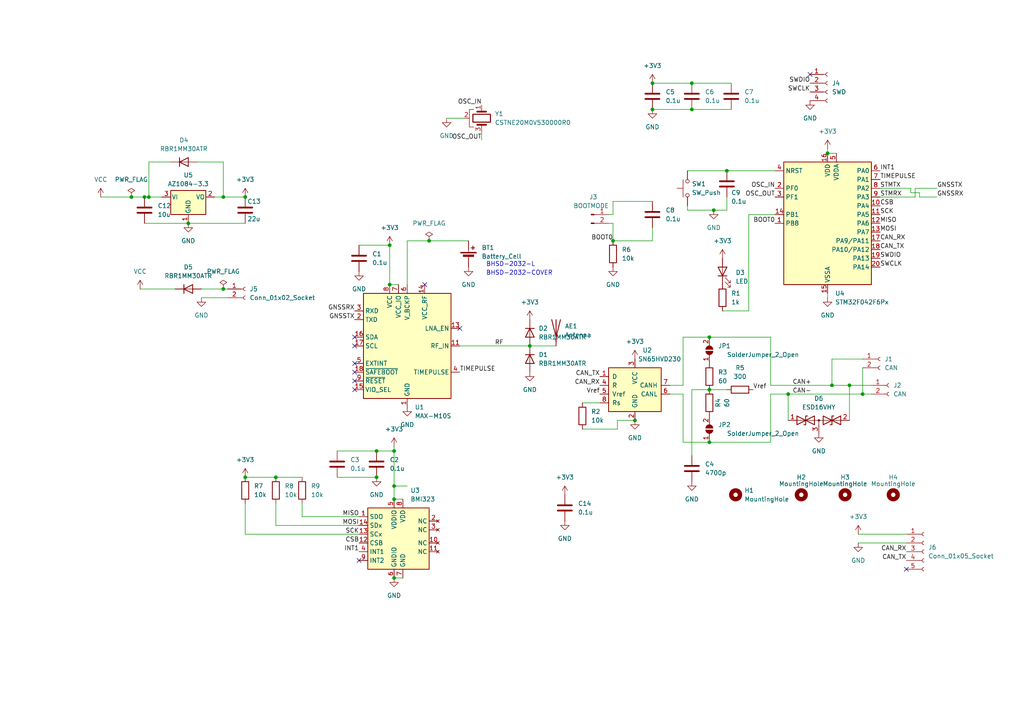
<source format=kicad_sch>
(kicad_sch (version 20230121) (generator eeschema)
  (paper "A4")
  (lib_symbols
    (symbol "Connector:Conn_01x02_Pin" (pin_names (offset 1.016) hide)
      (property "Reference" "J" (at 0 2.54 0))
      (property "Value" "Conn_01x02_Pin" (at 0 -5.08 0))
      (symbol "Conn_01x02_Pin_1_1"
        (polyline (pts (xy 1.27 -2.54) (xy 0.8636 -2.54)) (stroke (width 0.1524)))
        (polyline (pts (xy 1.27 0) (xy 0.8636 0)) (stroke (width 0.1524)))
        (rectangle (start 0.8636 -2.413) (end 0 -2.667) (stroke (width 0.1524)) (fill (type outline)))
        (rectangle (start 0.8636 0.127) (end 0 -0.127) (stroke (width 0.1524)) (fill (type outline)))
        (pin passive line (at 5.08 0 180) (length 3.81) (name "Pin_1") (number "1"))
        (pin passive line (at 5.08 -2.54 180) (length 3.81) (name "Pin_2") (number "2"))
      )
    )
    (symbol "Connector:Conn_01x02_Socket" (pin_names (offset 1.016) hide)
      (property "Reference" "J" (at 0 2.54 0))
      (property "Value" "Conn_01x02_Socket" (at 0 -5.08 0))
      (symbol "Conn_01x02_Socket_1_1"
        (arc (start 0 -2.032) (mid -0.5058 -2.54) (end 0 -3.048) (stroke (width 0.1524)))
        (polyline (pts (xy -1.27 -2.54) (xy -0.508 -2.54)) (stroke (width 0.1524)))
        (polyline (pts (xy -1.27 0) (xy -0.508 0)) (stroke (width 0.1524)))
        (arc (start 0 0.508) (mid -0.5058 0) (end 0 -0.508) (stroke (width 0.1524)))
        (pin passive line (at -5.08 0 0) (length 3.81) (name "Pin_1") (number "1"))
        (pin passive line (at -5.08 -2.54 0) (length 3.81) (name "Pin_2") (number "2"))
      )
    )
    (symbol "Connector:Conn_01x04_Socket" (pin_names (offset 1.016) hide)
      (property "Reference" "J" (at 0 5.08 0))
      (property "Value" "Conn_01x04_Socket" (at 0 -7.62 0))
      (symbol "Conn_01x04_Socket_1_1"
        (arc (start 0 -4.572) (mid -0.5058 -5.08) (end 0 -5.588) (stroke (width 0.1524)))
        (arc (start 0 -2.032) (mid -0.5058 -2.54) (end 0 -3.048) (stroke (width 0.1524)))
        (polyline (pts (xy -1.27 -5.08) (xy -0.508 -5.08)) (stroke (width 0.1524)))
        (polyline (pts (xy -1.27 -2.54) (xy -0.508 -2.54)) (stroke (width 0.1524)))
        (polyline (pts (xy -1.27 0) (xy -0.508 0)) (stroke (width 0.1524)))
        (polyline (pts (xy -1.27 2.54) (xy -0.508 2.54)) (stroke (width 0.1524)))
        (arc (start 0 0.508) (mid -0.5058 0) (end 0 -0.508) (stroke (width 0.1524)))
        (arc (start 0 3.048) (mid -0.5058 2.54) (end 0 2.032) (stroke (width 0.1524)))
        (pin passive line (at -5.08 2.54 0) (length 3.81) (name "Pin_1") (number "1"))
        (pin passive line (at -5.08 0 0) (length 3.81) (name "Pin_2") (number "2"))
        (pin passive line (at -5.08 -2.54 0) (length 3.81) (name "Pin_3") (number "3"))
        (pin passive line (at -5.08 -5.08 0) (length 3.81) (name "Pin_4") (number "4"))
      )
    )
    (symbol "Connector:Conn_01x05_Socket" (pin_names (offset 1.016) hide)
      (property "Reference" "J" (at 0 7.62 0))
      (property "Value" "Conn_01x05_Socket" (at 0 -7.62 0))
      (symbol "Conn_01x05_Socket_1_1"
        (arc (start 0 -4.572) (mid -0.5058 -5.08) (end 0 -5.588) (stroke (width 0.1524)))
        (arc (start 0 -2.032) (mid -0.5058 -2.54) (end 0 -3.048) (stroke (width 0.1524)))
        (polyline (pts (xy -1.27 -5.08) (xy -0.508 -5.08)) (stroke (width 0.1524)))
        (polyline (pts (xy -1.27 -2.54) (xy -0.508 -2.54)) (stroke (width 0.1524)))
        (polyline (pts (xy -1.27 0) (xy -0.508 0)) (stroke (width 0.1524)))
        (polyline (pts (xy -1.27 2.54) (xy -0.508 2.54)) (stroke (width 0.1524)))
        (polyline (pts (xy -1.27 5.08) (xy -0.508 5.08)) (stroke (width 0.1524)))
        (arc (start 0 0.508) (mid -0.5058 0) (end 0 -0.508) (stroke (width 0.1524)))
        (arc (start 0 3.048) (mid -0.5058 2.54) (end 0 2.032) (stroke (width 0.1524)))
        (arc (start 0 5.588) (mid -0.5058 5.08) (end 0 4.572) (stroke (width 0.1524)))
        (pin passive line (at -5.08 5.08 0) (length 3.81) (name "Pin_1") (number "1"))
        (pin passive line (at -5.08 2.54 0) (length 3.81) (name "Pin_2") (number "2"))
        (pin passive line (at -5.08 0 0) (length 3.81) (name "Pin_3") (number "3"))
        (pin passive line (at -5.08 -2.54 0) (length 3.81) (name "Pin_4") (number "4"))
        (pin passive line (at -5.08 -5.08 0) (length 3.81) (name "Pin_5") (number "5"))
      )
    )
    (symbol "Device:Antenna" (pin_numbers hide) (pin_names (offset 1.016) hide)
      (property "Reference" "AE" (at -1.905 1.905 0))
      (property "Value" "Antenna" (at -1.905 0 0))
      (symbol "Antenna_0_1"
        (polyline (pts (xy 0 2.54) (xy 0 -3.81)) (stroke (width 0.254)))
        (polyline (pts (xy 1.27 2.54) (xy 0 -2.54) (xy -1.27 2.54)) (stroke (width 0.254)))
      )
      (symbol "Antenna_1_1"
        (pin input line (at 0 -5.08 90) (length 2.54) (name "A") (number "1"))
      )
    )
    (symbol "Device:Battery_Cell" (pin_numbers hide) (pin_names (offset 0) hide)
      (property "Reference" "BT" (at 2.54 2.54 0))
      (property "Value" "Battery_Cell" (at 2.54 0 0))
      (symbol "Battery_Cell_0_1"
        (rectangle (start -2.286 1.778) (end 2.286 1.524) (fill (type outline)))
        (rectangle (start -1.524 1.016) (end 1.524 0.508) (fill (type outline)))
        (polyline (pts (xy 0 0.762) (xy 0 0)))
        (polyline (pts (xy 0 1.778) (xy 0 2.54)))
        (polyline (pts (xy 0.762 3.048) (xy 1.778 3.048)) (stroke (width 0.254)))
        (polyline (pts (xy 1.27 3.556) (xy 1.27 2.54)) (stroke (width 0.254)))
      )
      (symbol "Battery_Cell_1_1"
        (pin passive line (at 0 5.08 270) (length 2.54) (name "+") (number "1"))
        (pin passive line (at 0 -2.54 90) (length 2.54) (name "-") (number "2"))
      )
    )
    (symbol "Device:C" (pin_numbers hide) (pin_names (offset 0.254))
      (property "Reference" "C" (at 0.635 2.54 0))
      (property "Value" "C" (at 0.635 -2.54 0))
      (symbol "C_0_1"
        (polyline (pts (xy -2.032 -0.762) (xy 2.032 -0.762)) (stroke (width 0.508)))
        (polyline (pts (xy -2.032 0.762) (xy 2.032 0.762)) (stroke (width 0.508)))
      )
      (symbol "C_1_1"
        (pin passive line (at 0 3.81 270) (length 2.794) (name "~") (number "1"))
        (pin passive line (at 0 -3.81 90) (length 2.794) (name "~") (number "2"))
      )
    )
    (symbol "Device:Crystal_GND2" (pin_names (offset 1.016) hide)
      (property "Reference" "Y" (at 0 5.715 0))
      (property "Value" "Crystal_GND2" (at 0 3.81 0))
      (symbol "Crystal_GND2_0_1"
        (rectangle (start -1.143 2.54) (end 1.143 -2.54) (stroke (width 0.3048)))
        (polyline (pts (xy -2.54 0) (xy -1.905 0)))
        (polyline (pts (xy -1.905 -1.27) (xy -1.905 1.27)) (stroke (width 0.508)))
        (polyline (pts (xy 0 -3.81) (xy 0 -3.556)))
        (polyline (pts (xy 1.905 0) (xy 2.54 0)))
        (polyline (pts (xy 1.905 1.27) (xy 1.905 -1.27)) (stroke (width 0.508)))
        (polyline (pts (xy -2.54 -2.286) (xy -2.54 -3.556) (xy 2.54 -3.556) (xy 2.54 -2.286)))
      )
      (symbol "Crystal_GND2_1_1"
        (pin passive line (at -3.81 0 0) (length 1.27) (name "1") (number "1"))
        (pin passive line (at 0 -5.08 90) (length 1.27) (name "2") (number "2"))
        (pin passive line (at 3.81 0 180) (length 1.27) (name "3") (number "3"))
      )
    )
    (symbol "Device:D" (pin_numbers hide) (pin_names (offset 1.016) hide)
      (property "Reference" "D" (at 0 2.54 0))
      (property "Value" "D" (at 0 -2.54 0))
      (symbol "D_0_1"
        (polyline (pts (xy -1.27 1.27) (xy -1.27 -1.27)) (stroke (width 0.254)))
        (polyline (pts (xy 1.27 0) (xy -1.27 0)))
        (polyline (pts (xy 1.27 1.27) (xy 1.27 -1.27) (xy -1.27 0) (xy 1.27 1.27)) (stroke (width 0.254)))
      )
      (symbol "D_1_1"
        (pin passive line (at -3.81 0 0) (length 2.54) (name "K") (number "1"))
        (pin passive line (at 3.81 0 180) (length 2.54) (name "A") (number "2"))
      )
    )
    (symbol "Device:D_TVS_Dual_AAC" (pin_names (offset 1.016) hide)
      (property "Reference" "D" (at 0 4.445 0))
      (property "Value" "D_TVS_Dual_AAC" (at 0 2.54 0))
      (symbol "D_TVS_Dual_AAC_0_0"
        (polyline (pts (xy 0 -1.27) (xy 0 0)))
      )
      (symbol "D_TVS_Dual_AAC_0_1"
        (polyline (pts (xy -6.35 0) (xy 6.35 0)))
        (polyline (pts (xy -3.302 1.27) (xy -3.81 1.27) (xy -3.81 -1.27) (xy -4.318 -1.27)) (stroke (width 0.254)))
        (polyline (pts (xy 4.318 1.27) (xy 3.81 1.27) (xy 3.81 -1.27) (xy 3.302 -1.27)) (stroke (width 0.254)))
        (polyline (pts (xy -6.35 1.27) (xy -1.27 -1.27) (xy -1.27 1.27) (xy -6.35 -1.27) (xy -6.35 1.27)) (stroke (width 0.254)))
        (polyline (pts (xy 6.35 1.27) (xy 1.27 -1.27) (xy 1.27 1.27) (xy 6.35 -1.27) (xy 6.35 1.27)) (stroke (width 0.254)))
        (circle (center 0 0) (radius 0.254) (fill (type outline)))
      )
      (symbol "D_TVS_Dual_AAC_1_1"
        (pin passive line (at -8.89 0 0) (length 2.54) (name "A1") (number "1"))
        (pin passive line (at 8.89 0 180) (length 2.54) (name "A2") (number "2"))
        (pin input line (at 0 -3.81 90) (length 2.54) (name "common") (number "3"))
      )
    )
    (symbol "Device:LED" (pin_numbers hide) (pin_names (offset 1.016) hide)
      (property "Reference" "D" (at 0 2.54 0))
      (property "Value" "LED" (at 0 -2.54 0))
      (symbol "LED_0_1"
        (polyline (pts (xy -1.27 -1.27) (xy -1.27 1.27)) (stroke (width 0.254)))
        (polyline (pts (xy -1.27 0) (xy 1.27 0)))
        (polyline (pts (xy 1.27 -1.27) (xy 1.27 1.27) (xy -1.27 0) (xy 1.27 -1.27)) (stroke (width 0.254)))
        (polyline (pts (xy -3.048 -0.762) (xy -4.572 -2.286) (xy -3.81 -2.286) (xy -4.572 -2.286) (xy -4.572 -1.524)))
        (polyline (pts (xy -1.778 -0.762) (xy -3.302 -2.286) (xy -2.54 -2.286) (xy -3.302 -2.286) (xy -3.302 -1.524)))
      )
      (symbol "LED_1_1"
        (pin passive line (at -3.81 0 0) (length 2.54) (name "K") (number "1"))
        (pin passive line (at 3.81 0 180) (length 2.54) (name "A") (number "2"))
      )
    )
    (symbol "Device:R" (pin_numbers hide) (pin_names (offset 0))
      (property "Reference" "R" (at 2.032 0 90))
      (property "Value" "R" (at 0 0 90))
      (symbol "R_0_1"
        (rectangle (start -1.016 -2.54) (end 1.016 2.54) (stroke (width 0.254)))
      )
      (symbol "R_1_1"
        (pin passive line (at 0 3.81 270) (length 1.27) (name "~") (number "1"))
        (pin passive line (at 0 -3.81 90) (length 1.27) (name "~") (number "2"))
      )
    )
    (symbol "Interface_CAN_LIN:SN65HVD230" (pin_names (offset 1.016))
      (property "Reference" "U" (at -2.54 10.16 0))
      (property "Value" "SN65HVD230" (at -2.54 7.62 0))
      (symbol "SN65HVD230_0_1"
        (rectangle (start -7.62 5.08) (end 7.62 -7.62) (stroke (width 0.254)) (fill (type background)))
      )
      (symbol "SN65HVD230_1_1"
        (pin input line (at -10.16 2.54 0) (length 2.54) (name "D") (number "1"))
        (pin power_in line (at 0 -10.16 90) (length 2.54) (name "GND") (number "2"))
        (pin power_in line (at 0 7.62 270) (length 2.54) (name "VCC") (number "3"))
        (pin output line (at -10.16 0 0) (length 2.54) (name "R") (number "4"))
        (pin output line (at -10.16 -2.54 0) (length 2.54) (name "Vref") (number "5"))
        (pin bidirectional line (at 10.16 -2.54 180) (length 2.54) (name "CANL") (number "6"))
        (pin bidirectional line (at 10.16 0 180) (length 2.54) (name "CANH") (number "7"))
        (pin input line (at -10.16 -5.08 0) (length 2.54) (name "Rs") (number "8"))
      )
    )
    (symbol "Jumper:SolderJumper_2_Open" (pin_names (offset 0) hide)
      (property "Reference" "JP" (at 0 2.032 0))
      (property "Value" "SolderJumper_2_Open" (at 0 -2.54 0))
      (symbol "SolderJumper_2_Open_0_1"
        (arc (start -0.254 1.016) (mid -1.2656 0) (end -0.254 -1.016))
        (arc (start -0.254 1.016) (mid -1.2656 0) (end -0.254 -1.016) (fill (type outline)))
        (polyline (pts (xy -0.254 1.016) (xy -0.254 -1.016)))
        (polyline (pts (xy 0.254 1.016) (xy 0.254 -1.016)))
        (arc (start 0.254 -1.016) (mid 1.2656 0) (end 0.254 1.016))
        (arc (start 0.254 -1.016) (mid 1.2656 0) (end 0.254 1.016) (fill (type outline)))
      )
      (symbol "SolderJumper_2_Open_1_1"
        (pin passive line (at -3.81 0 0) (length 2.54) (name "A") (number "1"))
        (pin passive line (at 3.81 0 180) (length 2.54) (name "B") (number "2"))
      )
    )
    (symbol "MCU_ST_STM32F0:STM32F042F6Px"
      (property "Reference" "U" (at -12.7 19.05 0))
      (property "Value" "STM32F042F6Px" (at 5.08 19.05 0))
      (symbol "STM32F042F6Px_0_1"
        (rectangle (start -12.7 -17.78) (end 12.7 17.78) (stroke (width 0.254)) (fill (type background)))
      )
      (symbol "STM32F042F6Px_1_1"
        (pin bidirectional line (at -15.24 0 0) (length 2.54) (name "PB8") (number "1"))
        (pin bidirectional line (at 15.24 5.08 180) (length 2.54) (name "PA4") (number "10"))
        (pin bidirectional line (at 15.24 2.54 180) (length 2.54) (name "PA5") (number "11"))
        (pin bidirectional line (at 15.24 0 180) (length 2.54) (name "PA6") (number "12"))
        (pin bidirectional line (at 15.24 -2.54 180) (length 2.54) (name "PA7") (number "13"))
        (pin bidirectional line (at -15.24 2.54 0) (length 2.54) (name "PB1") (number "14"))
        (pin power_in line (at 0 -20.32 90) (length 2.54) (name "VSSA") (number "15"))
        (pin power_in line (at 0 20.32 270) (length 2.54) (name "VDD") (number "16"))
        (pin bidirectional line (at 15.24 -5.08 180) (length 2.54) (name "PA9/PA11") (number "17"))
        (pin bidirectional line (at 15.24 -7.62 180) (length 2.54) (name "PA10/PA12") (number "18"))
        (pin bidirectional line (at 15.24 -10.16 180) (length 2.54) (name "PA13") (number "19"))
        (pin bidirectional line (at -15.24 10.16 0) (length 2.54) (name "PF0") (number "2"))
        (pin bidirectional line (at 15.24 -12.7 180) (length 2.54) (name "PA14") (number "20"))
        (pin bidirectional line (at -15.24 7.62 0) (length 2.54) (name "PF1") (number "3"))
        (pin input line (at -15.24 15.24 0) (length 2.54) (name "NRST") (number "4"))
        (pin power_in line (at 2.54 20.32 270) (length 2.54) (name "VDDA") (number "5"))
        (pin bidirectional line (at 15.24 15.24 180) (length 2.54) (name "PA0") (number "6"))
        (pin bidirectional line (at 15.24 12.7 180) (length 2.54) (name "PA1") (number "7"))
        (pin bidirectional line (at 15.24 10.16 180) (length 2.54) (name "PA2") (number "8"))
        (pin bidirectional line (at 15.24 7.62 180) (length 2.54) (name "PA3") (number "9"))
      )
    )
    (symbol "Mechanical:MountingHole" (pin_names (offset 1.016))
      (property "Reference" "H" (at 0 5.08 0))
      (property "Value" "MountingHole" (at 0 3.175 0))
      (symbol "MountingHole_0_1"
        (circle (center 0 0) (radius 1.27) (stroke (width 1.27)))
      )
    )
    (symbol "RF_GPS:MAX-M10S"
      (property "Reference" "U" (at -10.16 16.51 0))
      (property "Value" "MAX-M10S" (at 11.43 16.51 0))
      (symbol "MAX-M10S_0_1"
        (rectangle (start 12.7 15.24) (end -12.7 -15.24) (stroke (width 0.254)) (fill (type background)))
      )
      (symbol "MAX-M10S_1_1"
        (pin power_in line (at 0 -17.78 90) (length 2.54) (name "GND") (number "1"))
        (pin passive line (at 0 -17.78 90) (length 2.54) hide (name "GND") (number "10"))
        (pin input line (at 15.24 0 180) (length 2.54) (name "RF_IN") (number "11"))
        (pin passive line (at 0 -17.78 90) (length 2.54) hide (name "GND") (number "12"))
        (pin output line (at 15.24 5.08 180) (length 2.54) (name "LNA_EN") (number "13"))
        (pin power_out line (at 5.08 17.78 270) (length 2.54) (name "VCC_RF") (number "14"))
        (pin input line (at -15.24 -12.7 0) (length 2.54) (name "VIO_SEL") (number "15"))
        (pin bidirectional line (at -15.24 2.54 0) (length 2.54) (name "SDA") (number "16"))
        (pin input line (at -15.24 0 0) (length 2.54) (name "SCL") (number "17"))
        (pin input line (at -15.24 -7.62 0) (length 2.54) (name "~{SAFEBOOT}") (number "18"))
        (pin output line (at -15.24 7.62 0) (length 2.54) (name "TXD") (number "2"))
        (pin input line (at -15.24 10.16 0) (length 2.54) (name "RXD") (number "3"))
        (pin output line (at 15.24 -7.62 180) (length 2.54) (name "TIMEPULSE") (number "4"))
        (pin input line (at -15.24 -5.08 0) (length 2.54) (name "EXTINT") (number "5"))
        (pin power_in line (at 0 17.78 270) (length 2.54) (name "V_BCKP") (number "6"))
        (pin power_in line (at -2.54 17.78 270) (length 2.54) (name "VCC_IO") (number "7"))
        (pin power_in line (at -5.08 17.78 270) (length 2.54) (name "VCC") (number "8"))
        (pin input line (at -15.24 -10.16 0) (length 2.54) (name "~{RESET}") (number "9"))
      )
    )
    (symbol "Regulator_Linear:AZ1084-3.3" (pin_names (offset 0.254))
      (property "Reference" "U" (at -3.81 3.175 0))
      (property "Value" "AZ1084-3.3" (at 0 3.175 0))
      (symbol "AZ1084-3.3_0_1"
        (rectangle (start -5.08 1.905) (end 5.08 -5.08) (stroke (width 0.254)) (fill (type background)))
      )
      (symbol "AZ1084-3.3_1_1"
        (pin power_in line (at 0 -7.62 90) (length 2.54) (name "GND") (number "1"))
        (pin power_out line (at 7.62 0 180) (length 2.54) (name "VO") (number "2"))
        (pin power_in line (at -7.62 0 0) (length 2.54) (name "VI") (number "3"))
      )
    )
    (symbol "Switch:SW_Push" (pin_numbers hide) (pin_names (offset 1.016) hide)
      (property "Reference" "SW" (at 1.27 2.54 0))
      (property "Value" "SW_Push" (at 0 -1.524 0))
      (symbol "SW_Push_0_1"
        (circle (center -2.032 0) (radius 0.508))
        (polyline (pts (xy 0 1.27) (xy 0 3.048)))
        (polyline (pts (xy 2.54 1.27) (xy -2.54 1.27)))
        (circle (center 2.032 0) (radius 0.508))
        (pin passive line (at -5.08 0 0) (length 2.54) (name "1") (number "1"))
        (pin passive line (at 5.08 0 180) (length 2.54) (name "2") (number "2"))
      )
    )
    (symbol "pj-sym:BMI323"
      (property "Reference" "U" (at -10.16 8.89 0))
      (property "Value" "BMI323" (at 7.62 8.89 0))
      (symbol "BMI323_1_1"
        (rectangle (start -10.16 7.62) (end 7.62 -10.16) (stroke (width 0.254)) (fill (type background)))
        (pin bidirectional line (at -12.7 5.08 0) (length 2.54) (name "SDO") (number "1"))
        (pin no_connect line (at 10.16 -2.54 180) (length 2.54) (name "NC") (number "10"))
        (pin no_connect line (at 10.16 -5.08 180) (length 2.54) (name "NC") (number "11"))
        (pin input line (at -12.7 -2.54 0) (length 2.54) (name "CSB") (number "12"))
        (pin input line (at -12.7 0 0) (length 2.54) (name "SCx") (number "13"))
        (pin bidirectional line (at -12.7 2.54 0) (length 2.54) (name "SDx") (number "14"))
        (pin no_connect line (at 10.16 3.81 180) (length 2.54) (name "NC") (number "2"))
        (pin no_connect line (at 10.16 1.27 180) (length 2.54) (name "NC") (number "3"))
        (pin bidirectional line (at -12.7 -5.08 0) (length 2.54) (name "INT1") (number "4"))
        (pin power_in line (at -2.54 10.16 270) (length 2.54) (name "VDDIO") (number "5"))
        (pin power_in line (at -2.54 -12.7 90) (length 2.54) (name "GNDIO") (number "6"))
        (pin power_in line (at 0 -12.7 90) (length 2.54) (name "GND") (number "7"))
        (pin power_in line (at 0 10.16 270) (length 2.54) (name "VDD") (number "8"))
        (pin bidirectional line (at -12.7 -7.62 0) (length 2.54) (name "INT2") (number "9"))
      )
    )
    (symbol "power:+3V3" (power) (pin_names (offset 0))
      (property "Value" "+3V3" (at 0 3.556 0))
      (symbol "+3V3_0_1"
        (polyline (pts (xy -0.762 1.27) (xy 0 2.54)))
        (polyline (pts (xy 0 0) (xy 0 2.54)))
        (polyline (pts (xy 0 2.54) (xy 0.762 1.27)))
      )
      (symbol "+3V3_1_1"
        (pin power_in line (at 0 0 90) (length 0) hide (name "+3V3") (number "1"))
      )
    )
    (symbol "power:GND" (power) (pin_names (offset 0))
      (property "Value" "GND" (at 0 -3.81 0))
      (symbol "GND_0_1"
        (polyline (pts (xy 0 0) (xy 0 -1.27) (xy 1.27 -1.27) (xy 0 -2.54) (xy -1.27 -1.27) (xy 0 -1.27)))
      )
      (symbol "GND_1_1"
        (pin power_in line (at 0 0 270) (length 0) hide (name "GND") (number "1"))
      )
    )
    (symbol "power:PWR_FLAG" (power) (pin_numbers hide) (pin_names (offset 0) hide)
      (property "Value" "PWR_FLAG" (at 0 3.81 0))
      (symbol "PWR_FLAG_0_0"
        (pin power_out line (at 0 0 90) (length 0) (name "pwr") (number "1"))
      )
      (symbol "PWR_FLAG_0_1"
        (polyline (pts (xy 0 0) (xy 0 1.27) (xy -1.016 1.905) (xy 0 2.54) (xy 1.016 1.905) (xy 0 1.27)))
      )
    )
    (symbol "power:VCC" (power) (pin_names (offset 0))
      (property "Value" "VCC" (at 0 3.81 0))
      (symbol "VCC_0_1"
        (polyline (pts (xy -0.762 1.27) (xy 0 2.54)))
        (polyline (pts (xy 0 0) (xy 0 2.54)))
        (polyline (pts (xy 0 2.54) (xy 0.762 1.27)))
      )
      (symbol "VCC_1_1"
        (pin power_in line (at 0 0 90) (length 0) hide (name "VCC") (number "1"))
      )
    )
  )
  (junction (at 200.66 24.13))
  (junction (at 114.3 130.81))
  (junction (at 64.77 57.15))
  (junction (at 114.3 140.97))
  (junction (at 241.3 111.76))
  (junction (at 177.8 69.85))
  (junction (at 109.22 138.43))
  (junction (at 200.66 31.75))
  (junction (at 109.22 130.81))
  (junction (at 71.12 138.43))
  (junction (at 38.1 57.15))
  (junction (at 205.74 97.79))
  (junction (at 113.03 71.12))
  (junction (at 54.61 64.77))
  (junction (at 205.74 128.27))
  (junction (at 184.15 121.92))
  (junction (at 246.38 111.76))
  (junction (at 64.77 83.82))
  (junction (at 228.6 114.3))
  (junction (at 207.01 60.96))
  (junction (at 114.3 144.78))
  (junction (at 205.74 113.03))
  (junction (at 80.01 138.43))
  (junction (at 113.03 82.55))
  (junction (at 153.67 100.33))
  (junction (at 124.46 69.85))
  (junction (at 189.23 24.13))
  (junction (at 114.3 167.64))
  (junction (at 71.12 57.15))
  (junction (at 210.82 49.53))
  (junction (at 240.03 44.45))
  (junction (at 250.19 114.3))
  (junction (at 189.23 31.75))
  (junction (at 41.91 57.15))
  (junction (at 43.18 57.15))
  (no_connect (at 133.35 95.25))
  (no_connect (at 102.87 97.79))
  (no_connect (at 123.19 82.55))
  (no_connect (at 234.95 21.59))
  (no_connect (at 102.87 113.03))
  (no_connect (at 102.87 110.49))
  (no_connect (at 104.14 162.56))
  (no_connect (at 102.87 107.95))
  (no_connect (at 102.87 105.41))
  (no_connect (at 262.89 165.1))
  (no_connect (at 102.87 100.33))
  (wire (pts (xy 198.12 128.27) (xy 205.74 128.27)))
  (wire (pts (xy 200.66 113.03) (xy 205.74 113.03)))
  (wire (pts (xy 114.3 144.78) (xy 116.84 144.78)))
  (wire (pts (xy 265.43 57.15) (xy 265.43 54.61)))
  (wire (pts (xy 80.01 138.43) (xy 87.63 138.43)))
  (wire (pts (xy 241.3 111.76) (xy 246.38 111.76)))
  (wire (pts (xy 104.14 71.12) (xy 113.03 71.12)))
  (wire (pts (xy 198.12 111.76) (xy 198.12 97.79)))
  (wire (pts (xy 265.43 54.61) (xy 271.78 54.61)))
  (wire (pts (xy 168.91 116.84) (xy 173.99 116.84)))
  (wire (pts (xy 38.1 57.15) (xy 41.91 57.15)))
  (wire (pts (xy 114.3 130.81) (xy 114.3 129.54)))
  (wire (pts (xy 210.82 57.15) (xy 210.82 60.96)))
  (wire (pts (xy 205.74 128.27) (xy 223.52 128.27)))
  (wire (pts (xy 240.03 44.45) (xy 242.57 44.45)))
  (wire (pts (xy 139.7 38.1) (xy 139.7 40.64)))
  (wire (pts (xy 241.3 111.76) (xy 241.3 104.14)))
  (wire (pts (xy 240.03 43.18) (xy 240.03 44.45)))
  (wire (pts (xy 200.66 24.13) (xy 212.09 24.13)))
  (wire (pts (xy 199.39 60.96) (xy 207.01 60.96)))
  (wire (pts (xy 104.14 149.86) (xy 87.63 149.86)))
  (wire (pts (xy 177.8 64.77) (xy 177.8 69.85)))
  (wire (pts (xy 40.64 83.82) (xy 50.8 83.82)))
  (wire (pts (xy 223.52 114.3) (xy 228.6 114.3)))
  (wire (pts (xy 205.74 113.03) (xy 210.82 113.03)))
  (wire (pts (xy 109.22 130.81) (xy 114.3 130.81)))
  (wire (pts (xy 189.23 31.75) (xy 200.66 31.75)))
  (wire (pts (xy 177.8 58.42) (xy 189.23 58.42)))
  (wire (pts (xy 62.23 57.15) (xy 64.77 57.15)))
  (wire (pts (xy 114.3 144.78) (xy 114.3 140.97)))
  (wire (pts (xy 179.07 121.92) (xy 184.15 121.92)))
  (wire (pts (xy 104.14 154.94) (xy 71.12 154.94)))
  (wire (pts (xy 264.16 54.61) (xy 255.27 54.61)))
  (wire (pts (xy 114.3 167.64) (xy 116.84 167.64)))
  (wire (pts (xy 71.12 138.43) (xy 80.01 138.43)))
  (wire (pts (xy 189.23 66.04) (xy 189.23 69.85)))
  (wire (pts (xy 223.52 97.79) (xy 223.52 111.76)))
  (wire (pts (xy 57.15 46.99) (xy 64.77 46.99)))
  (wire (pts (xy 207.01 60.96) (xy 210.82 60.96)))
  (wire (pts (xy 64.77 57.15) (xy 71.12 57.15)))
  (wire (pts (xy 114.3 140.97) (xy 114.3 130.81)))
  (wire (pts (xy 210.82 49.53) (xy 224.79 49.53)))
  (wire (pts (xy 223.52 128.27) (xy 223.52 114.3)))
  (wire (pts (xy 135.89 69.85) (xy 124.46 69.85)))
  (wire (pts (xy 194.31 114.3) (xy 198.12 114.3)))
  (wire (pts (xy 176.53 64.77) (xy 177.8 64.77)))
  (wire (pts (xy 97.79 138.43) (xy 109.22 138.43)))
  (wire (pts (xy 264.16 55.88) (xy 264.16 54.61)))
  (wire (pts (xy 64.77 46.99) (xy 64.77 57.15)))
  (wire (pts (xy 58.42 83.82) (xy 64.77 83.82)))
  (wire (pts (xy 124.46 69.85) (xy 118.11 69.85)))
  (wire (pts (xy 177.8 62.23) (xy 177.8 58.42)))
  (wire (pts (xy 118.11 69.85) (xy 118.11 82.55)))
  (wire (pts (xy 250.19 106.68) (xy 250.19 114.3)))
  (wire (pts (xy 87.63 149.86) (xy 87.63 146.05)))
  (wire (pts (xy 255.27 57.15) (xy 265.43 57.15)))
  (wire (pts (xy 223.52 111.76) (xy 241.3 111.76)))
  (wire (pts (xy 129.54 34.29) (xy 134.62 34.29)))
  (wire (pts (xy 200.66 132.08) (xy 200.66 113.03)))
  (wire (pts (xy 228.6 114.3) (xy 250.19 114.3)))
  (wire (pts (xy 248.92 154.94) (xy 262.89 154.94)))
  (wire (pts (xy 199.39 59.69) (xy 199.39 60.96)))
  (wire (pts (xy 49.53 46.99) (xy 43.18 46.99)))
  (wire (pts (xy 118.11 140.97) (xy 114.3 140.97)))
  (wire (pts (xy 179.07 124.46) (xy 179.07 121.92)))
  (wire (pts (xy 246.38 111.76) (xy 246.38 121.92)))
  (wire (pts (xy 153.67 100.33) (xy 161.29 100.33)))
  (wire (pts (xy 209.55 90.17) (xy 217.17 90.17)))
  (wire (pts (xy 266.7 55.88) (xy 264.16 55.88)))
  (wire (pts (xy 205.74 97.79) (xy 223.52 97.79)))
  (wire (pts (xy 198.12 114.3) (xy 198.12 128.27)))
  (wire (pts (xy 113.03 82.55) (xy 113.03 71.12)))
  (wire (pts (xy 189.23 24.13) (xy 200.66 24.13)))
  (wire (pts (xy 133.35 100.33) (xy 153.67 100.33)))
  (wire (pts (xy 41.91 57.15) (xy 43.18 57.15)))
  (wire (pts (xy 228.6 114.3) (xy 228.6 121.92)))
  (wire (pts (xy 64.77 83.82) (xy 66.04 83.82)))
  (wire (pts (xy 58.42 86.36) (xy 66.04 86.36)))
  (wire (pts (xy 43.18 46.99) (xy 43.18 57.15)))
  (wire (pts (xy 43.18 57.15) (xy 46.99 57.15)))
  (wire (pts (xy 97.79 130.81) (xy 109.22 130.81)))
  (wire (pts (xy 217.17 62.23) (xy 217.17 90.17)))
  (wire (pts (xy 80.01 146.05) (xy 80.01 152.4)))
  (wire (pts (xy 194.31 111.76) (xy 198.12 111.76)))
  (wire (pts (xy 41.91 64.77) (xy 54.61 64.77)))
  (wire (pts (xy 240.03 86.36) (xy 240.03 85.09)))
  (wire (pts (xy 271.78 57.15) (xy 266.7 57.15)))
  (wire (pts (xy 71.12 154.94) (xy 71.12 146.05)))
  (wire (pts (xy 54.61 64.77) (xy 71.12 64.77)))
  (wire (pts (xy 177.8 69.85) (xy 189.23 69.85)))
  (wire (pts (xy 168.91 124.46) (xy 179.07 124.46)))
  (wire (pts (xy 241.3 104.14) (xy 250.19 104.14)))
  (wire (pts (xy 250.19 114.3) (xy 252.73 114.3)))
  (wire (pts (xy 29.21 57.15) (xy 38.1 57.15)))
  (wire (pts (xy 80.01 152.4) (xy 104.14 152.4)))
  (wire (pts (xy 176.53 62.23) (xy 177.8 62.23)))
  (wire (pts (xy 115.57 82.55) (xy 113.03 82.55)))
  (wire (pts (xy 198.12 97.79) (xy 205.74 97.79)))
  (wire (pts (xy 199.39 49.53) (xy 210.82 49.53)))
  (wire (pts (xy 248.92 157.48) (xy 262.89 157.48)))
  (wire (pts (xy 266.7 57.15) (xy 266.7 55.88)))
  (wire (pts (xy 246.38 111.76) (xy 252.73 111.76)))
  (wire (pts (xy 200.66 31.75) (xy 212.09 31.75)))
  (wire (pts (xy 217.17 62.23) (xy 224.79 62.23)))
  (text "BHSD-2032-COVER" (at 140.97 80.01 0) (effects (font (size 1.27 1.27)) (justify left bottom)))
  (text "BHSD-2032-L" (at 140.97 77.47 0) (effects (font (size 1.27 1.27)) (justify left bottom)))
  (label "INT1" (at 104.14 160.02 180))
  (label "CAN_RX" (at 255.27 69.85 0))
  (label "OSC_OUT" (at 224.79 57.15 180))
  (label "MOSI" (at 255.27 67.31 0))
  (label "SWCLK" (at 234.95 26.67 180))
  (label "CAN-" (at 229.87 114.3 0))
  (label "GNSSTX" (at 102.87 92.71 180))
  (label "OSC_IN" (at 139.7 30.48 180))
  (label "CAN+" (at 229.87 111.76 0))
  (label "Vref" (at 173.99 114.3 180))
  (label "CAN_RX" (at 262.89 160.02 180))
  (label "MOSI" (at 104.14 152.4 180))
  (label "SWCLK" (at 255.27 77.47 0))
  (label "GNSSRX" (at 271.78 57.15 0))
  (label "CAN_RX" (at 173.99 111.76 180))
  (label "TIMEPULSE" (at 255.27 52.07 0))
  (label "BOOT0" (at 224.79 64.77 180))
  (label "STMTX" (at 255.27 54.61 0))
  (label "OSC_IN" (at 224.79 54.61 180))
  (label "CSB" (at 104.14 157.48 180))
  (label "SCK" (at 104.14 154.94 180))
  (label "SCK" (at 255.27 62.23 0))
  (label "CSB" (at 255.27 59.69 0))
  (label "RF" (at 143.51 100.33 0))
  (label "STMRX" (at 255.27 57.15 0))
  (label "CAN_TX" (at 173.99 109.22 180))
  (label "GNSSTX" (at 271.78 54.61 0))
  (label "MISO" (at 104.14 149.86 180))
  (label "TIMEPULSE" (at 133.35 107.95 0))
  (label "Vref" (at 218.44 113.03 0))
  (label "BOOT0" (at 177.8 69.85 180))
  (label "CAN_TX" (at 262.89 162.56 180))
  (label "GNSSRX" (at 102.87 90.17 180))
  (label "SWDIO" (at 234.95 24.13 180))
  (label "INT1" (at 255.27 49.53 0))
  (label "OSC_OUT" (at 139.7 40.64 180))
  (label "SWDIO" (at 255.27 74.93 0))
  (label "MISO" (at 255.27 64.77 0))
  (label "CAN_TX" (at 255.27 72.39 0))
  (symbol (lib_id "Device:R") (at 71.12 142.24 0) (unit 1)
    (property "Reference" "R7" (at 73.66 140.97 0) (effects (justify left)))
    (property "Value" "10k" (at 73.66 143.51 0) (effects (justify left)))
    (property "Footprint" "Resistor_SMD:R_0402_1005Metric_Pad0.72x0.64mm_HandSolder" (effects hide))
  )
  (symbol (lib_id "power:GND") (at 54.61 64.77 0) (unit 1)
    (property "Reference" "#PWR024" (effects hide))
    (property "Value" "GND" (at 54.61 69.85 0))
  )
  (symbol (lib_id "Connector:Conn_01x02_Socket") (at 255.27 104.14 0) (unit 1)
    (property "Reference" "J1" (at 256.54 104.14 0) (effects (justify left)))
    (property "Value" "CAN" (at 256.54 106.68 0) (effects (justify left)))
    (property "Footprint" "Connector_JST:JST_XH_B2B-XH-AM_1x02_P2.50mm_Vertical" (effects hide))
  )
  (symbol (lib_id "power:VCC") (at 40.64 83.82 0) (unit 1)
    (property "Reference" "#PWR016" (effects hide))
    (property "Value" "VCC" (at 40.64 78.74 0))
  )
  (symbol (lib_id "power:+3V3") (at 240.03 43.18 0) (unit 1)
    (property "Reference" "#PWR014" (effects hide))
    (property "Value" "+3V3" (at 240.03 38.1 0))
  )
  (symbol (lib_id "power:GND") (at 58.42 86.36 0) (unit 1)
    (property "Reference" "#PWR022" (effects hide))
    (property "Value" "GND" (at 58.42 91.44 0))
  )
  (symbol (lib_id "power:PWR_FLAG") (at 124.46 69.85 0) (unit 1)
    (property "Reference" "#FLG02" (effects hide))
    (property "Value" "PWR_FLAG" (at 124.46 64.77 0))
  )
  (symbol (lib_id "Device:R") (at 205.74 109.22 0) (unit 1)
    (property "Reference" "R3" (at 208.28 107.95 0) (effects (justify left)))
    (property "Value" "60" (at 208.28 110.49 0) (effects (justify left)))
    (property "Footprint" "Resistor_SMD:R_0402_1005Metric_Pad0.72x0.64mm_HandSolder" (effects hide))
  )
  (symbol (lib_id "pj-sym:BMI323") (at 116.84 154.94 0) (unit 1)
    (property "Reference" "U3" (at 119.0341 142.24 0) (effects (justify left)))
    (property "Value" "BMI323" (at 119.0341 144.78 0) (effects (justify left)))
    (property "Footprint" "Package_LGA:Bosch_LGA-14_3x2.5mm_P0.5mm" (effects hide))
    (property "Datasheet" "https://www.bosch-sensortec.com/media/boschsensortec/downloads/datasheets/bst-bmi160-ds000.pdf" (effects hide))
  )
  (symbol (lib_id "power:GND") (at 207.01 60.96 0) (unit 1)
    (property "Reference" "#PWR019" (effects hide))
    (property "Value" "GND" (at 207.01 66.04 0))
  )
  (symbol (lib_id "power:+3V3") (at 184.15 104.14 0) (unit 1)
    (property "Reference" "#PWR011" (effects hide))
    (property "Value" "+3V3" (at 184.15 99.06 0))
  )
  (symbol (lib_id "Device:C") (at 41.91 60.96 0) (unit 1)
    (property "Reference" "C12" (at 45.72 59.69 0) (effects (justify left)))
    (property "Value" "10u" (at 45.72 62.23 0) (effects (justify left)))
    (property "Footprint" "Capacitor_SMD:C_0603_1608Metric_Pad1.08x0.95mm_HandSolder" (effects hide))
  )
  (symbol (lib_id "power:GND") (at 109.22 138.43 0) (unit 1)
    (property "Reference" "#PWR09" (effects hide))
    (property "Value" "GND" (at 109.22 143.51 0))
  )
  (symbol (lib_id "power:GND") (at 200.66 139.7 0) (unit 1)
    (property "Reference" "#PWR013" (effects hide))
    (property "Value" "GND" (at 200.66 144.78 0))
  )
  (symbol (lib_id "Device:C") (at 104.14 74.93 0) (unit 1)
    (property "Reference" "C1" (at 107.95 73.66 0) (effects (justify left)))
    (property "Value" "0.1u" (at 107.95 76.2 0) (effects (justify left)))
    (property "Footprint" "Capacitor_SMD:C_0603_1608Metric_Pad1.08x0.95mm_HandSolder" (effects hide))
  )
  (symbol (lib_id "Device:C") (at 200.66 135.89 0) (unit 1)
    (property "Reference" "C4" (at 204.47 134.62 0) (effects (justify left)))
    (property "Value" "4700p" (at 204.47 137.16 0) (effects (justify left)))
    (property "Footprint" "Capacitor_SMD:C_0603_1608Metric_Pad1.08x0.95mm_HandSolder" (effects hide))
  )
  (symbol (lib_id "Device:D_TVS_Dual_AAC") (at 237.49 121.92 0) (unit 1)
    (property "Reference" "D6" (at 237.49 115.57 0))
    (property "Value" "ESD16VHY" (at 237.49 118.11 0))
    (property "Footprint" "Package_TO_SOT_SMD:SOT-23-3" (effects hide))
  )
  (symbol (lib_id "Device:C") (at 109.22 134.62 0) (unit 1)
    (property "Reference" "C2" (at 113.03 133.35 0) (effects (justify left)))
    (property "Value" "0.1u" (at 113.03 135.89 0) (effects (justify left)))
    (property "Footprint" "Capacitor_SMD:C_0603_1608Metric_Pad1.08x0.95mm_HandSolder" (effects hide))
  )
  (symbol (lib_id "power:GND") (at 177.8 77.47 0) (unit 1)
    (property "Reference" "#PWR018" (effects hide))
    (property "Value" "GND" (at 177.8 82.55 0))
  )
  (symbol (lib_id "power:+3V3") (at 209.55 74.93 0) (unit 1)
    (property "Reference" "#PWR07" (effects hide))
    (property "Value" "+3V3" (at 209.55 69.85 0))
  )
  (symbol (lib_id "Connector:Conn_01x02_Pin") (at 171.45 62.23 0) (unit 1)
    (property "Reference" "J3" (at 172.085 57.15 0))
    (property "Value" "BOOTMODE" (at 171.45 59.69 0))
    (property "Footprint" "Connector_PinHeader_2.54mm:PinHeader_1x02_P2.54mm_Vertical" (effects hide))
  )
  (symbol (lib_id "Device:R") (at 214.63 113.03 90) (unit 1)
    (property "Reference" "R5" (at 214.63 106.68 90))
    (property "Value" "300" (at 214.63 109.22 90))
    (property "Footprint" "Resistor_SMD:R_0402_1005Metric_Pad0.72x0.64mm_HandSolder" (effects hide))
  )
  (symbol (lib_id "power:GND") (at 237.49 125.73 0) (unit 1)
    (property "Reference" "#PWR031" (effects hide))
    (property "Value" "GND" (at 237.49 130.81 0))
  )
  (symbol (lib_id "Device:R") (at 177.8 73.66 0) (unit 1)
    (property "Reference" "R6" (at 180.34 72.39 0) (effects (justify left)))
    (property "Value" "10k" (at 180.34 74.93 0) (effects (justify left)))
    (property "Footprint" "Resistor_SMD:R_0402_1005Metric_Pad0.72x0.64mm_HandSolder" (effects hide))
  )
  (symbol (lib_id "Connector:Conn_01x04_Socket") (at 240.03 24.13 0) (unit 1)
    (property "Reference" "J4" (at 241.3 24.13 0) (effects (justify left)))
    (property "Value" "SWD" (at 241.3 26.67 0) (effects (justify left)))
    (property "Footprint" "Connector_PinHeader_2.54mm:PinHeader_1x04_P2.54mm_Vertical" (effects hide))
  )
  (symbol (lib_id "Connector:Conn_01x02_Socket") (at 257.81 111.76 0) (unit 1)
    (property "Reference" "J2" (at 259.08 111.76 0) (effects (justify left)))
    (property "Value" "CAN" (at 259.08 114.3 0) (effects (justify left)))
    (property "Footprint" "Connector_JST:JST_XH_B2B-XH-AM_1x02_P2.50mm_Vertical" (effects hide))
  )
  (symbol (lib_id "power:GND") (at 163.83 151.13 0) (unit 1)
    (property "Reference" "#PWR030" (effects hide))
    (property "Value" "GND" (at 163.83 156.21 0))
  )
  (symbol (lib_id "Device:D") (at 153.67 104.14 270) (unit 1)
    (property "Reference" "D1" (at 156.21 102.87 90) (effects (justify left)))
    (property "Value" "RBR1MM30ATR" (at 156.21 105.41 90) (effects (justify left)))
    (property "Footprint" "Diode_SMD:D_SOD-123F" (effects hide))
    (property "Sim.Device" "D" (effects hide))
    (property "Sim.Pins" "1=K 2=A" (effects hide))
  )
  (symbol (lib_id "power:GND") (at 153.67 107.95 0) (unit 1)
    (property "Reference" "#PWR05" (effects hide))
    (property "Value" "GND" (at 153.67 113.03 0))
  )
  (symbol (lib_id "power:GND") (at 104.14 78.74 0) (unit 1)
    (property "Reference" "#PWR03" (effects hide))
    (property "Value" "GND" (at 104.14 83.82 0))
  )
  (symbol (lib_id "power:GND") (at 114.3 167.64 0) (unit 1)
    (property "Reference" "#PWR010" (effects hide))
    (property "Value" "GND" (at 114.3 172.72 0))
  )
  (symbol (lib_id "power:+3V3") (at 189.23 24.13 0) (unit 1)
    (property "Reference" "#PWR026" (effects hide))
    (property "Value" "+3V3" (at 189.23 19.05 0))
  )
  (symbol (lib_id "Device:C") (at 212.09 27.94 0) (unit 1)
    (property "Reference" "C7" (at 215.9 26.67 0) (effects (justify left)))
    (property "Value" "0.1u" (at 215.9 29.21 0) (effects (justify left)))
    (property "Footprint" "Capacitor_SMD:C_0603_1608Metric_Pad1.08x0.95mm_HandSolder" (effects hide))
  )
  (symbol (lib_id "power:VCC") (at 29.21 57.15 0) (unit 1)
    (property "Reference" "#PWR025" (effects hide))
    (property "Value" "VCC" (at 29.21 52.07 0))
  )
  (symbol (lib_id "power:+3V3") (at 153.67 92.71 0) (unit 1)
    (property "Reference" "#PWR06" (effects hide))
    (property "Value" "+3V3" (at 153.67 87.63 0))
  )
  (symbol (lib_id "Switch:SW_Push") (at 199.39 54.61 90) (unit 1)
    (property "Reference" "SW1" (at 200.66 53.34 90) (effects (justify right)))
    (property "Value" "SW_Push" (at 200.66 55.88 90) (effects (justify right)))
    (property "Footprint" "Button_Switch_SMD:SW_Push_1P1T_NO_6x6mm_H9.5mm" (effects hide))
  )
  (symbol (lib_id "Device:C") (at 97.79 134.62 0) (unit 1)
    (property "Reference" "C3" (at 101.6 133.35 0) (effects (justify left)))
    (property "Value" "0.1u" (at 101.6 135.89 0) (effects (justify left)))
    (property "Footprint" "Capacitor_SMD:C_0603_1608Metric_Pad1.08x0.95mm_HandSolder" (effects hide))
  )
  (symbol (lib_id "power:+3V3") (at 71.12 138.43 0) (unit 1)
    (property "Reference" "#PWR020" (effects hide))
    (property "Value" "+3V3" (at 71.12 133.35 0))
  )
  (symbol (lib_id "Mechanical:MountingHole") (at 259.08 143.51 0) (unit 1)
    (property "Reference" "H4" (at 259.08 138.43 0))
    (property "Value" "MountingHole" (at 259.08 140.335 0))
    (property "Footprint" "MountingHole:MountingHole_3.2mm_M3_ISO14580" (effects hide))
  )
  (symbol (lib_id "Device:LED") (at 209.55 78.74 90) (unit 1)
    (property "Reference" "D3" (at 213.36 79.0575 90) (effects (justify right)))
    (property "Value" "LED" (at 213.36 81.5975 90) (effects (justify right)))
    (property "Footprint" "LED_SMD:LED_0603_1608Metric_Pad1.05x0.95mm_HandSolder" (effects hide))
  )
  (symbol (lib_id "power:GND") (at 240.03 86.36 0) (unit 1)
    (property "Reference" "#PWR017" (effects hide))
    (property "Value" "GND" (at 240.03 91.44 0))
  )
  (symbol (lib_id "Connector:Conn_01x05_Socket") (at 267.97 160.02 0) (unit 1)
    (property "Reference" "J6" (at 269.24 158.75 0) (effects (justify left)))
    (property "Value" "Conn_01x05_Socket" (at 269.24 161.29 0) (effects (justify left)))
    (property "Footprint" "Connector_PinHeader_2.54mm:PinHeader_1x05_P2.54mm_Vertical" (effects hide))
  )
  (symbol (lib_id "MCU_ST_STM32F0:STM32F042F6Px") (at 240.03 64.77 0) (unit 1)
    (property "Reference" "U4" (at 242.2241 85.09 0) (effects (justify left)))
    (property "Value" "STM32F042F6Px" (at 242.2241 87.63 0) (effects (justify left)))
    (property "Footprint" "Package_SO:TSSOP-20_4.4x6.5mm_P0.65mm" (effects hide))
    (property "Datasheet" "https://www.st.com/resource/en/datasheet/stm32f042f6.pdf" (effects hide))
  )
  (symbol (lib_id "Jumper:SolderJumper_2_Open") (at 205.74 101.6 90) (unit 1)
    (property "Reference" "JP1" (at 208.28 100.33 90) (effects (justify right)))
    (property "Value" "SolderJumper_2_Open" (at 210.82 102.87 90) (effects (justify right)))
    (property "Footprint" "Jumper:SolderJumper-2_P1.3mm_Open_TrianglePad1.0x1.5mm" (effects hide))
  )
  (symbol (lib_id "Device:C") (at 189.23 27.94 0) (unit 1)
    (property "Reference" "C5" (at 193.04 26.67 0) (effects (justify left)))
    (property "Value" "0.1u" (at 193.04 29.21 0) (effects (justify left)))
    (property "Footprint" "Capacitor_SMD:C_0603_1608Metric_Pad1.08x0.95mm_HandSolder" (effects hide))
  )
  (symbol (lib_id "Device:C") (at 71.12 60.96 0) (unit 1)
    (property "Reference" "C13" (at 71.755 58.42 0) (effects (justify left)))
    (property "Value" "22u" (at 71.755 63.5 0) (effects (justify left)))
    (property "Footprint" "Capacitor_SMD:C_0603_1608Metric_Pad1.08x0.95mm_HandSolder" (effects hide))
  )
  (symbol (lib_id "Device:R") (at 209.55 86.36 0) (unit 1)
    (property "Reference" "R1" (at 212.09 85.09 0) (effects (justify left)))
    (property "Value" "1k" (at 212.09 87.63 0) (effects (justify left)))
    (property "Footprint" "Resistor_SMD:R_0402_1005Metric_Pad0.72x0.64mm_HandSolder" (effects hide))
  )
  (symbol (lib_id "power:GND") (at 135.89 77.47 0) (unit 1)
    (property "Reference" "#PWR04" (effects hide))
    (property "Value" "GND" (at 135.89 82.55 0))
  )
  (symbol (lib_id "power:GND") (at 248.92 157.48 0) (unit 1)
    (property "Reference" "#PWR028" (effects hide))
    (property "Value" "GND" (at 248.92 162.56 0))
  )
  (symbol (lib_id "power:PWR_FLAG") (at 38.1 57.15 0) (unit 1)
    (property "Reference" "#FLG03" (effects hide))
    (property "Value" "PWR_FLAG" (at 38.1 52.07 0))
  )
  (symbol (lib_id "Interface_CAN_LIN:SN65HVD230") (at 184.15 111.76 0) (unit 1)
    (property "Reference" "U2" (at 186.3441 101.6 0) (effects (justify left)))
    (property "Value" "SN65HVD230" (at 185.0741 104.14 0) (effects (justify left)))
    (property "Footprint" "Package_SO:SOIC-8_3.9x4.9mm_P1.27mm" (effects hide))
    (property "Datasheet" "http://www.ti.com/lit/ds/symlink/sn65hvd230.pdf" (effects hide))
  )
  (symbol (lib_id "Device:C") (at 163.83 147.32 0) (unit 1)
    (property "Reference" "C14" (at 167.64 146.05 0) (effects (justify left)))
    (property "Value" "0.1u" (at 167.64 148.59 0) (effects (justify left)))
    (property "Footprint" "Capacitor_SMD:C_0603_1608Metric_Pad1.08x0.95mm_HandSolder" (effects hide))
  )
  (symbol (lib_id "power:GND") (at 189.23 31.75 0) (unit 1)
    (property "Reference" "#PWR015" (effects hide))
    (property "Value" "GND" (at 189.23 36.83 0))
  )
  (symbol (lib_id "Regulator_Linear:AZ1084-3.3") (at 54.61 57.15 0) (unit 1)
    (property "Reference" "U5" (at 54.61 50.8 0))
    (property "Value" "AZ1084-3.3" (at 54.61 53.34 0))
    (property "Footprint" "Package_TO_SOT_SMD:TO-252-2" (effects hide))
    (property "Datasheet" "https://www.diodes.com/assets/Datasheets/AZ1084.pdf" (effects hide))
  )
  (symbol (lib_id "RF_GPS:MAX-M10S") (at 118.11 100.33 0) (unit 1)
    (property "Reference" "U1" (at 120.3041 118.11 0) (effects (justify left)))
    (property "Value" "MAX-M10S" (at 120.3041 120.65 0) (effects (justify left)))
    (property "Footprint" "RF_GPS:ublox_MAX" (effects hide))
    (property "Datasheet" "https://content.u-blox.com/sites/default/files/MAX-M10S_DataSheet_UBX-20035208.pdf" (effects hide))
  )
  (symbol (lib_id "Device:D") (at 54.61 83.82 0) (unit 1)
    (property "Reference" "D5" (at 54.61 77.47 0))
    (property "Value" "RBR1MM30ATR" (at 54.61 80.01 0))
    (property "Footprint" "Diode_SMD:D_SOD-123F" (effects hide))
    (property "Sim.Device" "D" (effects hide))
    (property "Sim.Pins" "1=K 2=A" (effects hide))
  )
  (symbol (lib_id "Device:C") (at 189.23 62.23 0) (unit 1)
    (property "Reference" "C8" (at 193.04 60.96 0) (effects (justify left)))
    (property "Value" "0.1u" (at 193.04 63.5 0) (effects (justify left)))
    (property "Footprint" "Capacitor_SMD:C_0603_1608Metric_Pad1.08x0.95mm_HandSolder" (effects hide))
  )
  (symbol (lib_id "power:GND") (at 234.95 29.21 0) (unit 1)
    (property "Reference" "#PWR021" (effects hide))
    (property "Value" "GND" (at 234.95 34.29 0))
  )
  (symbol (lib_id "Device:C") (at 210.82 53.34 0) (unit 1)
    (property "Reference" "C9" (at 212.09 55.88 0) (effects (justify left)))
    (property "Value" "0.1u" (at 212.09 58.42 0) (effects (justify left)))
    (property "Footprint" "Capacitor_SMD:C_0603_1608Metric_Pad1.08x0.95mm_HandSolder" (effects hide))
  )
  (symbol (lib_id "power:PWR_FLAG") (at 64.77 83.82 0) (unit 1)
    (property "Reference" "#FLG01" (effects hide))
    (property "Value" "PWR_FLAG" (at 64.77 78.74 0))
  )
  (symbol (lib_id "power:+3V3") (at 113.03 71.12 0) (unit 1)
    (property "Reference" "#PWR01" (effects hide))
    (property "Value" "+3V3" (at 113.03 66.04 0))
  )
  (symbol (lib_id "power:GND") (at 129.54 34.29 0) (unit 1)
    (property "Reference" "#PWR033" (effects hide))
    (property "Value" "GND" (at 129.54 39.37 0))
  )
  (symbol (lib_id "Device:Crystal_GND2") (at 139.7 34.29 270) (unit 1)
    (property "Reference" "Y1" (at 143.51 33.02 90) (effects (justify left)))
    (property "Value" "CSTNE20M0V530000R0" (at 143.51 35.56 90) (effects (justify left)))
    (property "Footprint" "Crystal:Resonator_SMD_Murata_CSTxExxV-3Pin_3.0x1.1mm_HandSoldering" (effects hide))
  )
  (symbol (lib_id "power:+3V3") (at 248.92 154.94 0) (unit 1)
    (property "Reference" "#PWR027" (effects hide))
    (property "Value" "+3V3" (at 248.92 149.86 0))
  )
  (symbol (lib_id "power:GND") (at 184.15 121.92 0) (unit 1)
    (property "Reference" "#PWR012" (effects hide))
    (property "Value" "GND" (at 184.15 127 0))
  )
  (symbol (lib_id "power:GND") (at 118.11 118.11 0) (unit 1)
    (property "Reference" "#PWR02" (effects hide))
    (property "Value" "GND" (at 118.11 123.19 0))
  )
  (symbol (lib_id "Mechanical:MountingHole") (at 245.11 143.51 0) (unit 1)
    (property "Reference" "H3" (at 245.11 138.43 0))
    (property "Value" "MountingHole" (at 245.11 140.335 0))
    (property "Footprint" "MountingHole:MountingHole_3.2mm_M3_ISO14580" (effects hide))
  )
  (symbol (lib_id "Connector:Conn_01x02_Socket") (at 71.12 83.82 0) (unit 1)
    (property "Reference" "J5" (at 72.39 83.82 0) (effects (justify left)))
    (property "Value" "Conn_01x02_Socket" (at 72.39 86.36 0) (effects (justify left)))
    (property "Footprint" "Connector_PinHeader_2.54mm:PinHeader_1x02_P2.54mm_Vertical" (effects hide))
  )
  (symbol (lib_id "power:+3V3") (at 163.83 143.51 0) (unit 1)
    (property "Reference" "#PWR029" (effects hide))
    (property "Value" "+3V3" (at 163.83 138.43 0))
  )
  (symbol (lib_id "Device:Antenna") (at 161.29 95.25 0) (unit 1)
    (property "Reference" "AE1" (at 163.83 94.615 0) (effects (justify left)))
    (property "Value" "Antenna" (at 163.83 97.155 0) (effects (justify left)))
    (property "Footprint" "pj-lib:CGGBP.35.6.A.02" (effects hide))
  )
  (symbol (lib_id "Device:Battery_Cell") (at 135.89 74.93 0) (unit 1)
    (property "Reference" "BT1" (at 139.7 71.8185 0) (effects (justify left)))
    (property "Value" "Battery_Cell" (at 139.7 74.3585 0) (effects (justify left)))
    (property "Footprint" "pj-lib:CR1220" (effects hide))
  )
  (symbol (lib_id "Device:R") (at 168.91 120.65 0) (unit 1)
    (property "Reference" "R2" (at 171.45 119.38 0) (effects (justify left)))
    (property "Value" "10k" (at 171.45 121.92 0) (effects (justify left)))
    (property "Footprint" "Resistor_SMD:R_0402_1005Metric_Pad0.72x0.64mm_HandSolder" (effects hide))
  )
  (symbol (lib_id "power:+3V3") (at 71.12 57.15 0) (unit 1)
    (property "Reference" "#PWR023" (effects hide))
    (property "Value" "+3V3" (at 71.12 52.07 0))
  )
  (symbol (lib_id "Device:D") (at 153.67 96.52 270) (unit 1)
    (property "Reference" "D2" (at 156.21 95.25 90) (effects (justify left)))
    (property "Value" "RBR1MM30ATR" (at 156.21 97.79 90) (effects (justify left)))
    (property "Footprint" "Diode_SMD:D_SOD-123F" (effects hide))
    (property "Sim.Device" "D" (effects hide))
    (property "Sim.Pins" "1=K 2=A" (effects hide))
  )
  (symbol (lib_id "Device:R") (at 87.63 142.24 0) (unit 1)
    (property "Reference" "R9" (at 90.17 140.97 0) (effects (justify left)))
    (property "Value" "10k" (at 90.17 143.51 0) (effects (justify left)))
    (property "Footprint" "Resistor_SMD:R_0402_1005Metric_Pad0.72x0.64mm_HandSolder" (effects hide))
  )
  (symbol (lib_id "Device:R") (at 205.74 116.84 0) (unit 1)
    (property "Reference" "R4" (at 208.28 116.84 90))
    (property "Value" "60" (at 210.82 116.84 90))
    (property "Footprint" "Resistor_SMD:R_0402_1005Metric_Pad0.72x0.64mm_HandSolder" (effects hide))
  )
  (symbol (lib_id "Device:D") (at 53.34 46.99 0) (unit 1)
    (property "Reference" "D4" (at 53.34 40.64 0))
    (property "Value" "RBR1MM30ATR" (at 53.34 43.18 0))
    (property "Footprint" "Diode_SMD:D_SOD-123F" (effects hide))
    (property "Sim.Device" "D" (effects hide))
    (property "Sim.Pins" "1=K 2=A" (effects hide))
  )
  (symbol (lib_id "Mechanical:MountingHole") (at 213.36 143.51 0) (unit 1)
    (property "Reference" "H1" (at 215.9 142.24 0) (effects (justify left)))
    (property "Value" "MountingHole" (at 215.9 144.78 0) (effects (justify left)))
    (property "Footprint" "MountingHole:MountingHole_3.2mm_M3_ISO14580" (effects hide))
  )
  (symbol (lib_id "power:+3V3") (at 114.3 129.54 0) (unit 1)
    (property "Reference" "#PWR08" (effects hide))
    (property "Value" "+3V3" (at 114.3 124.46 0))
  )
  (symbol (lib_id "Device:R") (at 80.01 142.24 0) (unit 1)
    (property "Reference" "R8" (at 82.55 140.97 0) (effects (justify left)))
    (property "Value" "10k" (at 82.55 143.51 0) (effects (justify left)))
    (property "Footprint" "Resistor_SMD:R_0402_1005Metric_Pad0.72x0.64mm_HandSolder" (effects hide))
  )
  (symbol (lib_id "Jumper:SolderJumper_2_Open") (at 205.74 124.46 90) (unit 1)
    (property "Reference" "JP2" (at 208.28 123.19 90) (effects (justify right)))
    (property "Value" "SolderJumper_2_Open" (at 210.82 125.73 90) (effects (justify right)))
    (property "Footprint" "Jumper:SolderJumper-2_P1.3mm_Open_TrianglePad1.0x1.5mm" (effects hide))
  )
  (symbol (lib_id "Mechanical:MountingHole") (at 232.41 143.51 0) (unit 1)
    (property "Reference" "H2" (at 232.41 138.43 0))
    (property "Value" "MountingHole" (at 232.41 140.335 0))
    (property "Footprint" "MountingHole:MountingHole_3.2mm_M3_ISO14580" (effects hide))
  )
  (symbol (lib_id "Device:C") (at 200.66 27.94 0) (unit 1)
    (property "Reference" "C6" (at 204.47 26.67 0) (effects (justify left)))
    (property "Value" "0.1u" (at 204.47 29.21 0) (effects (justify left)))
    (property "Footprint" "Capacitor_SMD:C_0603_1608Metric_Pad1.08x0.95mm_HandSolder" (effects hide))
  )
)
</source>
